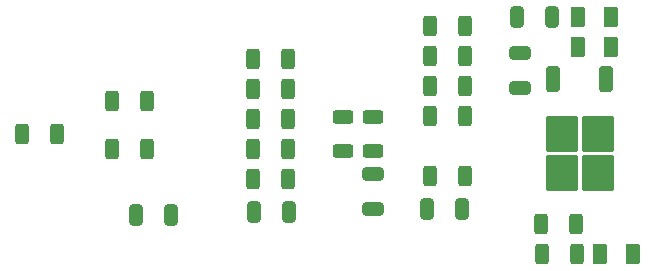
<source format=gtp>
G04 #@! TF.GenerationSoftware,KiCad,Pcbnew,7.0.8*
G04 #@! TF.CreationDate,2024-05-20T17:56:06+02:00*
G04 #@! TF.ProjectId,Generator_Cyfrowka,47656e65-7261-4746-9f72-5f437966726f,rev?*
G04 #@! TF.SameCoordinates,Original*
G04 #@! TF.FileFunction,Paste,Top*
G04 #@! TF.FilePolarity,Positive*
%FSLAX46Y46*%
G04 Gerber Fmt 4.6, Leading zero omitted, Abs format (unit mm)*
G04 Created by KiCad (PCBNEW 7.0.8) date 2024-05-20 17:56:06*
%MOMM*%
%LPD*%
G01*
G04 APERTURE LIST*
G04 Aperture macros list*
%AMRoundRect*
0 Rectangle with rounded corners*
0 $1 Rounding radius*
0 $2 $3 $4 $5 $6 $7 $8 $9 X,Y pos of 4 corners*
0 Add a 4 corners polygon primitive as box body*
4,1,4,$2,$3,$4,$5,$6,$7,$8,$9,$2,$3,0*
0 Add four circle primitives for the rounded corners*
1,1,$1+$1,$2,$3*
1,1,$1+$1,$4,$5*
1,1,$1+$1,$6,$7*
1,1,$1+$1,$8,$9*
0 Add four rect primitives between the rounded corners*
20,1,$1+$1,$2,$3,$4,$5,0*
20,1,$1+$1,$4,$5,$6,$7,0*
20,1,$1+$1,$6,$7,$8,$9,0*
20,1,$1+$1,$8,$9,$2,$3,0*%
G04 Aperture macros list end*
%ADD10RoundRect,0.250000X0.325000X0.650000X-0.325000X0.650000X-0.325000X-0.650000X0.325000X-0.650000X0*%
%ADD11RoundRect,0.250000X-0.325000X-0.650000X0.325000X-0.650000X0.325000X0.650000X-0.325000X0.650000X0*%
%ADD12RoundRect,0.250000X0.625000X-0.312500X0.625000X0.312500X-0.625000X0.312500X-0.625000X-0.312500X0*%
%ADD13RoundRect,0.250000X-0.312500X-0.625000X0.312500X-0.625000X0.312500X0.625000X-0.312500X0.625000X0*%
%ADD14RoundRect,0.250000X0.312500X0.625000X-0.312500X0.625000X-0.312500X-0.625000X0.312500X-0.625000X0*%
%ADD15RoundRect,0.250000X0.375000X0.625000X-0.375000X0.625000X-0.375000X-0.625000X0.375000X-0.625000X0*%
%ADD16RoundRect,0.250000X0.650000X-0.325000X0.650000X0.325000X-0.650000X0.325000X-0.650000X-0.325000X0*%
%ADD17RoundRect,0.250000X-0.375000X-0.625000X0.375000X-0.625000X0.375000X0.625000X-0.375000X0.625000X0*%
%ADD18RoundRect,0.250000X-0.650000X0.325000X-0.650000X-0.325000X0.650000X-0.325000X0.650000X0.325000X0*%
%ADD19RoundRect,0.250000X-0.350000X0.850000X-0.350000X-0.850000X0.350000X-0.850000X0.350000X0.850000X0*%
%ADD20RoundRect,0.250000X-1.125000X1.275000X-1.125000X-1.275000X1.125000X-1.275000X1.125000X1.275000X0*%
G04 APERTURE END LIST*
D10*
X107139000Y-76454000D03*
X104189000Y-76454000D03*
D11*
X96569000Y-92710000D03*
X99519000Y-92710000D03*
D12*
X89408000Y-87822500D03*
X89408000Y-84897500D03*
D13*
X96835500Y-77216000D03*
X99760500Y-77216000D03*
D14*
X99760500Y-84836000D03*
X96835500Y-84836000D03*
X72836500Y-83566000D03*
X69911500Y-83566000D03*
D15*
X112144000Y-78994000D03*
X109344000Y-78994000D03*
D13*
X96845500Y-82291000D03*
X99770500Y-82291000D03*
X81849500Y-87630000D03*
X84774500Y-87630000D03*
D12*
X91948000Y-87822500D03*
X91948000Y-84897500D03*
D15*
X113983500Y-96520000D03*
X111183500Y-96520000D03*
D14*
X99760500Y-79756000D03*
X96835500Y-79756000D03*
D11*
X81886000Y-92964000D03*
X84836000Y-92964000D03*
D13*
X106233500Y-93980000D03*
X109158500Y-93980000D03*
D14*
X84774500Y-90170000D03*
X81849500Y-90170000D03*
D13*
X81849500Y-85090000D03*
X84774500Y-85090000D03*
D16*
X104394000Y-82452000D03*
X104394000Y-79502000D03*
D14*
X65216500Y-86360000D03*
X62291500Y-86360000D03*
D13*
X106295000Y-96520000D03*
X109220000Y-96520000D03*
D14*
X72836500Y-87630000D03*
X69911500Y-87630000D03*
X84774500Y-80010000D03*
X81849500Y-80010000D03*
X84774500Y-82555000D03*
X81849500Y-82555000D03*
D17*
X109344000Y-76454000D03*
X112144000Y-76454000D03*
D14*
X99760500Y-89916000D03*
X96835500Y-89916000D03*
D18*
X91948000Y-89711000D03*
X91948000Y-92661000D03*
D11*
X71931000Y-93218000D03*
X74881000Y-93218000D03*
D19*
X111755000Y-81687000D03*
D20*
X111000000Y-86312000D03*
X107950000Y-86312000D03*
X111000000Y-89662000D03*
X107950000Y-89662000D03*
D19*
X107195000Y-81687000D03*
M02*

</source>
